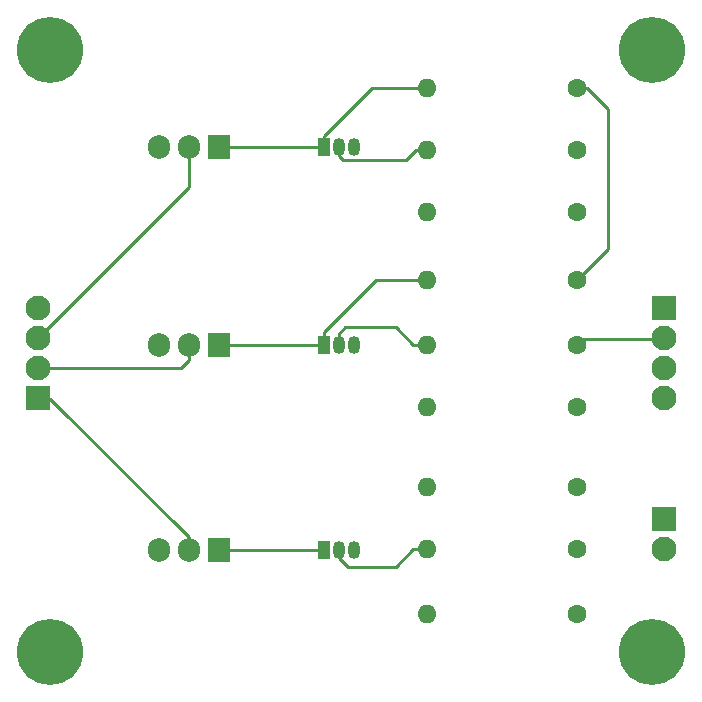
<source format=gbr>
%TF.GenerationSoftware,KiCad,Pcbnew,7.0.8*%
%TF.CreationDate,2023-11-20T10:49:13-05:00*%
%TF.ProjectId,StackLight,53746163-6b4c-4696-9768-742e6b696361,rev?*%
%TF.SameCoordinates,Original*%
%TF.FileFunction,Copper,L1,Top*%
%TF.FilePolarity,Positive*%
%FSLAX46Y46*%
G04 Gerber Fmt 4.6, Leading zero omitted, Abs format (unit mm)*
G04 Created by KiCad (PCBNEW 7.0.8) date 2023-11-20 10:49:13*
%MOMM*%
%LPD*%
G01*
G04 APERTURE LIST*
%TA.AperFunction,ComponentPad*%
%ADD10R,1.905000X2.000000*%
%TD*%
%TA.AperFunction,ComponentPad*%
%ADD11O,1.905000X2.000000*%
%TD*%
%TA.AperFunction,ComponentPad*%
%ADD12C,3.600000*%
%TD*%
%TA.AperFunction,ConnectorPad*%
%ADD13C,5.600000*%
%TD*%
%TA.AperFunction,ComponentPad*%
%ADD14C,1.600000*%
%TD*%
%TA.AperFunction,ComponentPad*%
%ADD15O,1.600000X1.600000*%
%TD*%
%TA.AperFunction,ComponentPad*%
%ADD16R,1.050000X1.500000*%
%TD*%
%TA.AperFunction,ComponentPad*%
%ADD17O,1.050000X1.500000*%
%TD*%
%TA.AperFunction,ComponentPad*%
%ADD18R,2.100000X2.100000*%
%TD*%
%TA.AperFunction,ComponentPad*%
%ADD19C,2.100000*%
%TD*%
%TA.AperFunction,Conductor*%
%ADD20C,0.250000*%
%TD*%
G04 APERTURE END LIST*
D10*
%TO.P,Q4,1,G*%
%TO.N,Net-(Q3-D)*%
X124550000Y-97250000D03*
D11*
%TO.P,Q4,2,D*%
%TO.N,LED_2*%
X122010000Y-97250000D03*
%TO.P,Q4,3,S*%
%TO.N,+12V*%
X119470000Y-97250000D03*
%TD*%
D12*
%TO.P,H2,1,1*%
%TO.N,LED_GND*%
X161250000Y-72250000D03*
D13*
X161250000Y-72250000D03*
%TD*%
D14*
%TO.P,R5,1*%
%TO.N,ARD_2*%
X154850000Y-97250000D03*
D15*
%TO.P,R5,2*%
%TO.N,Net-(Q3-G)*%
X142150000Y-97250000D03*
%TD*%
D16*
%TO.P,Q1,1,D*%
%TO.N,Net-(Q1-D)*%
X133480000Y-114610000D03*
D17*
%TO.P,Q1,2,G*%
%TO.N,Net-(Q1-G)*%
X134750000Y-114610000D03*
%TO.P,Q1,3,S*%
%TO.N,LED_GND*%
X136020000Y-114610000D03*
%TD*%
D14*
%TO.P,R3,1*%
%TO.N,LED_GND*%
X154850000Y-109250000D03*
D15*
%TO.P,R3,2*%
%TO.N,Net-(Q1-G)*%
X142150000Y-109250000D03*
%TD*%
D10*
%TO.P,Q6,1,G*%
%TO.N,Net-(Q5-D)*%
X124550000Y-80500000D03*
D11*
%TO.P,Q6,2,D*%
%TO.N,LED_3*%
X122010000Y-80500000D03*
%TO.P,Q6,3,S*%
%TO.N,+12V*%
X119470000Y-80500000D03*
%TD*%
D12*
%TO.P,H3,1,1*%
%TO.N,LED_GND*%
X110250000Y-123250000D03*
D13*
X110250000Y-123250000D03*
%TD*%
D12*
%TO.P,H1,1,1*%
%TO.N,LED_GND*%
X110250000Y-72250000D03*
D13*
X110250000Y-72250000D03*
%TD*%
D18*
%TO.P,J3,1,Pin_1*%
%TO.N,+12V*%
X162250000Y-111980000D03*
D19*
%TO.P,J3,2,Pin_2*%
%TO.N,LED_GND*%
X162250000Y-114520000D03*
%TD*%
D14*
%TO.P,R8,1*%
%TO.N,ARD_3*%
X154850000Y-80750000D03*
D15*
%TO.P,R8,2*%
%TO.N,Net-(Q5-G)*%
X142150000Y-80750000D03*
%TD*%
D16*
%TO.P,Q3,1,D*%
%TO.N,Net-(Q3-D)*%
X133480000Y-97250000D03*
D17*
%TO.P,Q3,2,G*%
%TO.N,Net-(Q3-G)*%
X134750000Y-97250000D03*
%TO.P,Q3,3,S*%
%TO.N,LED_GND*%
X136020000Y-97250000D03*
%TD*%
D14*
%TO.P,R6,1*%
%TO.N,+12V*%
X154850000Y-91750000D03*
D15*
%TO.P,R6,2*%
%TO.N,Net-(Q3-D)*%
X142150000Y-91750000D03*
%TD*%
D16*
%TO.P,Q5,1,D*%
%TO.N,Net-(Q5-D)*%
X133460000Y-80500000D03*
D17*
%TO.P,Q5,2,G*%
%TO.N,Net-(Q5-G)*%
X134730000Y-80500000D03*
%TO.P,Q5,3,S*%
%TO.N,LED_GND*%
X136000000Y-80500000D03*
%TD*%
D14*
%TO.P,R9,1*%
%TO.N,+12V*%
X154850000Y-75500000D03*
D15*
%TO.P,R9,2*%
%TO.N,Net-(Q5-D)*%
X142150000Y-75500000D03*
%TD*%
D18*
%TO.P,J2,1,Pin_1*%
%TO.N,LED_1*%
X109250000Y-101740000D03*
D19*
%TO.P,J2,2,Pin_2*%
%TO.N,LED_2*%
X109250000Y-99200000D03*
%TO.P,J2,3,Pin_3*%
%TO.N,LED_3*%
X109250000Y-96660000D03*
%TO.P,J2,4,Pin_4*%
%TO.N,LED_GND*%
X109250000Y-94120000D03*
%TD*%
D14*
%TO.P,R7,1*%
%TO.N,LED_GND*%
X154850000Y-86000000D03*
D15*
%TO.P,R7,2*%
%TO.N,Net-(Q5-G)*%
X142150000Y-86000000D03*
%TD*%
D10*
%TO.P,Q2,1,G*%
%TO.N,Net-(Q1-D)*%
X124540000Y-114555000D03*
D11*
%TO.P,Q2,2,D*%
%TO.N,LED_1*%
X122000000Y-114555000D03*
%TO.P,Q2,3,S*%
%TO.N,+12V*%
X119460000Y-114555000D03*
%TD*%
D18*
%TO.P,J1,1,Pin_1*%
%TO.N,ARD_1*%
X162250000Y-94130000D03*
D19*
%TO.P,J1,2,Pin_2*%
%TO.N,ARD_2*%
X162250000Y-96670000D03*
%TO.P,J1,3,Pin_3*%
%TO.N,ARD_3*%
X162250000Y-99210000D03*
%TO.P,J1,4,Pin_4*%
%TO.N,LED_GND*%
X162250000Y-101750000D03*
%TD*%
D14*
%TO.P,R2,1*%
%TO.N,ARD_1*%
X154850000Y-114500000D03*
D15*
%TO.P,R2,2*%
%TO.N,Net-(Q1-G)*%
X142150000Y-114500000D03*
%TD*%
D12*
%TO.P,H4,1,1*%
%TO.N,LED_GND*%
X161250000Y-123250000D03*
D13*
X161250000Y-123250000D03*
%TD*%
D14*
%TO.P,R1,1*%
%TO.N,+12V*%
X154850000Y-120000000D03*
D15*
%TO.P,R1,2*%
%TO.N,Net-(Q1-D)*%
X142150000Y-120000000D03*
%TD*%
D14*
%TO.P,R4,1*%
%TO.N,LED_GND*%
X154850000Y-102500000D03*
D15*
%TO.P,R4,2*%
%TO.N,Net-(Q3-G)*%
X142150000Y-102500000D03*
%TD*%
D20*
%TO.N,Net-(Q1-D)*%
X124540000Y-114555000D02*
X133425000Y-114555000D01*
%TO.N,Net-(Q1-G)*%
X139523000Y-116000000D02*
X135500000Y-116000000D01*
X141023000Y-114500000D02*
X139523000Y-116000000D01*
X135500000Y-116000000D02*
X134750000Y-115250000D01*
X134750000Y-115250000D02*
X134750000Y-114610000D01*
X142150000Y-114500000D02*
X141023000Y-114500000D01*
%TO.N,+12V*%
X155750000Y-75500000D02*
X154850000Y-75500000D01*
X154850000Y-91750000D02*
X157500000Y-89100000D01*
X157500000Y-77250000D02*
X155750000Y-75500000D01*
X157500000Y-89100000D02*
X157500000Y-77250000D01*
%TO.N,LED_1*%
X109250000Y-101805000D02*
X110305000Y-101805000D01*
X122000000Y-113500000D02*
X122000000Y-114555000D01*
X110305000Y-101805000D02*
X122000000Y-113500000D01*
%TO.N,Net-(Q3-D)*%
X137883000Y-91750000D02*
X133460000Y-96173100D01*
X124500000Y-97250000D02*
X133480000Y-97250000D01*
X133460000Y-96173100D02*
X133460000Y-96711500D01*
X142150000Y-91750000D02*
X137883000Y-91750000D01*
%TO.N,Net-(Q3-G)*%
X139523000Y-95750000D02*
X135250000Y-95750000D01*
X142150000Y-97250000D02*
X141023000Y-97250000D01*
X141023000Y-97250000D02*
X139523000Y-95750000D01*
X134730000Y-96270000D02*
X134730000Y-97250000D01*
X135250000Y-95750000D02*
X134730000Y-96270000D01*
%TO.N,LED_2*%
X109250000Y-99200000D02*
X121350000Y-99200000D01*
X122010000Y-98540000D02*
X122010000Y-97250000D01*
X121350000Y-99200000D02*
X122010000Y-98540000D01*
%TO.N,Net-(Q5-D)*%
X133460000Y-79540000D02*
X137500000Y-75500000D01*
X124500000Y-80500000D02*
X133460000Y-80500000D01*
X133460000Y-80500000D02*
X133460000Y-79540000D01*
X137500000Y-75500000D02*
X142400000Y-75500000D01*
%TO.N,Net-(Q5-G)*%
X135076900Y-81576900D02*
X134730000Y-81230000D01*
X134730000Y-81230000D02*
X134730000Y-80500000D01*
X141272900Y-80750000D02*
X140446000Y-81576900D01*
X140446000Y-81576900D02*
X135076900Y-81576900D01*
X142150000Y-80750000D02*
X141272900Y-80750000D01*
%TO.N,LED_3*%
X122010000Y-83900000D02*
X122010000Y-80550000D01*
X109250000Y-96660000D02*
X122010000Y-83900000D01*
%TO.N,ARD_2*%
X155350000Y-96750000D02*
X154850000Y-97250000D01*
X162170000Y-96750000D02*
X155350000Y-96750000D01*
%TD*%
M02*

</source>
